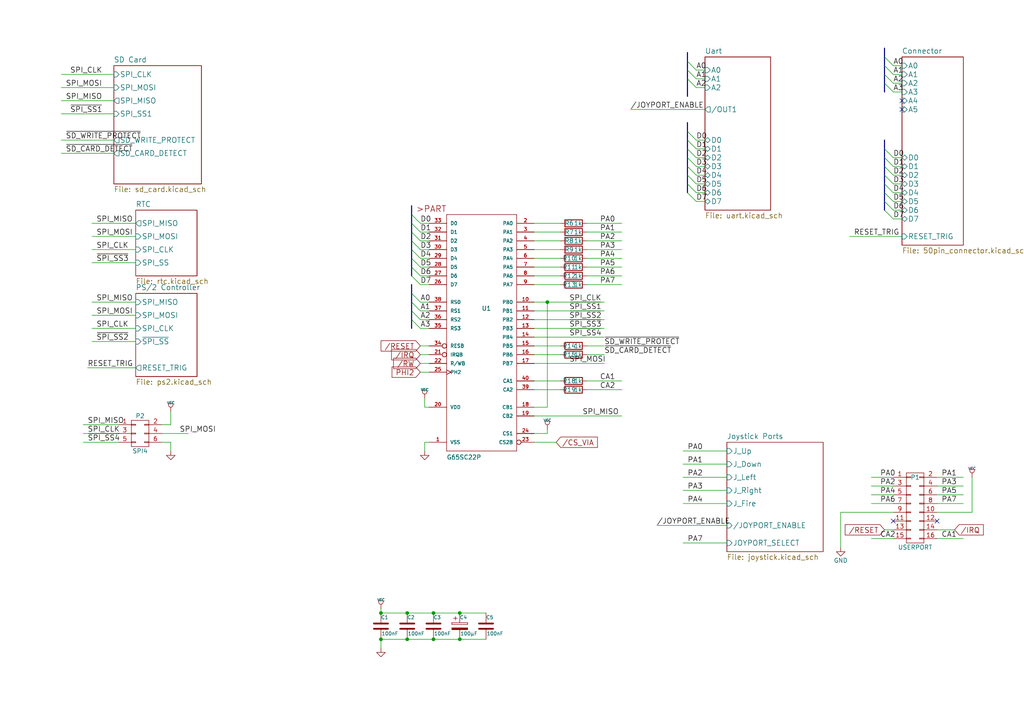
<source format=kicad_sch>
(kicad_sch (version 20211123) (generator eeschema)
  (paper "A4")
  (lib_symbols
    (symbol "io-rescue:C" (pin_numbers hide) (pin_names (offset 0.254))
      (property "Reference" "C" (at 0.635 2.54 0))
      (property "Value" "C" (at 0.635 -2.54 0))
      (symbol "C_0_1"
        (polyline (pts (xy -2.032 -0.762) (xy 2.032 -0.762)) (stroke (width 0.508)))
        (polyline (pts (xy -2.032 0.762) (xy 2.032 0.762)) (stroke (width 0.508)))
      )
      (symbol "C_1_1"
        (pin passive line (at 0 3.81 270) (length 2.794) (name "~") (number "1"))
        (pin passive line (at 0 -3.81 90) (length 2.794) (name "~") (number "2"))
      )
    )
    (symbol "io-rescue:CONN_02X03" (pin_names (offset 0.0254) hide)
      (property "Reference" "P" (at 0 5.08 0))
      (property "Value" "CONN_02X03" (at 0 -5.08 0))
      (symbol "CONN_02X03_0_1"
        (rectangle (start -2.54 -2.413) (end -1.27 -2.667))
        (rectangle (start -2.54 0.127) (end -1.27 -0.127))
        (rectangle (start -2.54 2.667) (end -1.27 2.413))
        (rectangle (start -2.54 3.81) (end 2.54 -3.81))
        (rectangle (start 1.27 -2.413) (end 2.54 -2.667))
        (rectangle (start 1.27 0.127) (end 2.54 -0.127))
        (rectangle (start 1.27 2.667) (end 2.54 2.413))
      )
      (symbol "CONN_02X03_1_1"
        (pin passive line (at -6.35 2.54 0) (length 3.81) (name "P1") (number "1"))
        (pin passive line (at 6.35 2.54 180) (length 3.81) (name "P2") (number "2"))
        (pin passive line (at -6.35 0 0) (length 3.81) (name "P3") (number "3"))
        (pin passive line (at 6.35 0 180) (length 3.81) (name "P4") (number "4"))
        (pin passive line (at -6.35 -2.54 0) (length 3.81) (name "P5") (number "5"))
        (pin passive line (at 6.35 -2.54 180) (length 3.81) (name "P6") (number "6"))
      )
    )
    (symbol "io-rescue:CONN_02X08" (pin_names (offset 0.0254) hide)
      (property "Reference" "P" (at 0 11.43 0))
      (property "Value" "CONN_02X08" (at 0 0 90))
      (symbol "CONN_02X08_0_1"
        (rectangle (start -2.54 -8.763) (end -1.27 -9.017))
        (rectangle (start -2.54 -6.223) (end -1.27 -6.477))
        (rectangle (start -2.54 -3.683) (end -1.27 -3.937))
        (rectangle (start -2.54 -1.143) (end -1.27 -1.397))
        (rectangle (start -2.54 1.397) (end -1.27 1.143))
        (rectangle (start -2.54 3.937) (end -1.27 3.683))
        (rectangle (start -2.54 6.477) (end -1.27 6.223))
        (rectangle (start -2.54 9.017) (end -1.27 8.763))
        (rectangle (start -2.54 10.16) (end 2.54 -10.16))
        (rectangle (start 1.27 -8.763) (end 2.54 -9.017))
        (rectangle (start 1.27 -6.223) (end 2.54 -6.477))
        (rectangle (start 1.27 -3.683) (end 2.54 -3.937))
        (rectangle (start 1.27 -1.143) (end 2.54 -1.397))
        (rectangle (start 1.27 1.397) (end 2.54 1.143))
        (rectangle (start 1.27 3.937) (end 2.54 3.683))
        (rectangle (start 1.27 6.477) (end 2.54 6.223))
        (rectangle (start 1.27 9.017) (end 2.54 8.763))
      )
      (symbol "CONN_02X08_1_1"
        (pin passive line (at -6.35 8.89 0) (length 3.81) (name "P1") (number "1"))
        (pin passive line (at 6.35 -1.27 180) (length 3.81) (name "P10") (number "10"))
        (pin passive line (at -6.35 -3.81 0) (length 3.81) (name "P11") (number "11"))
        (pin passive line (at 6.35 -3.81 180) (length 3.81) (name "P12") (number "12"))
        (pin passive line (at -6.35 -6.35 0) (length 3.81) (name "P13") (number "13"))
        (pin passive line (at 6.35 -6.35 180) (length 3.81) (name "P14") (number "14"))
        (pin passive line (at -6.35 -8.89 0) (length 3.81) (name "P15") (number "15"))
        (pin passive line (at 6.35 -8.89 180) (length 3.81) (name "P16") (number "16"))
        (pin passive line (at 6.35 8.89 180) (length 3.81) (name "P2") (number "2"))
        (pin passive line (at -6.35 6.35 0) (length 3.81) (name "P3") (number "3"))
        (pin passive line (at 6.35 6.35 180) (length 3.81) (name "P4") (number "4"))
        (pin passive line (at -6.35 3.81 0) (length 3.81) (name "P5") (number "5"))
        (pin passive line (at 6.35 3.81 180) (length 3.81) (name "P6") (number "6"))
        (pin passive line (at -6.35 1.27 0) (length 3.81) (name "P7") (number "7"))
        (pin passive line (at 6.35 1.27 180) (length 3.81) (name "P8") (number "8"))
        (pin passive line (at -6.35 -1.27 0) (length 3.81) (name "P9") (number "9"))
      )
    )
    (symbol "io-rescue:CP" (pin_numbers hide) (pin_names (offset 0.254))
      (property "Reference" "C" (at 0.635 2.54 0))
      (property "Value" "CP" (at 0.635 -2.54 0))
      (symbol "CP_0_1"
        (rectangle (start -2.286 0.508) (end -2.286 1.016))
        (rectangle (start -2.286 0.508) (end 2.286 0.508))
        (polyline (pts (xy -1.778 2.286) (xy -0.762 2.286)))
        (polyline (pts (xy -1.27 2.794) (xy -1.27 1.778)))
        (rectangle (start 2.286 -0.508) (end -2.286 -1.016) (fill (type outline)))
        (rectangle (start 2.286 1.016) (end -2.286 1.016))
        (rectangle (start 2.286 1.016) (end 2.286 0.508))
      )
      (symbol "CP_1_1"
        (pin passive line (at 0 3.81 270) (length 2.794) (name "~") (number "1"))
        (pin passive line (at 0 -3.81 90) (length 2.794) (name "~") (number "2"))
      )
    )
    (symbol "io-rescue:G65SC22P-RESCUE-io" (pin_names (offset 1.016))
      (property "Reference" "U" (at 0 0 0))
      (property "Value" "G65SC22P-RESCUE-io" (at -10.16 -43.18 0))
      (symbol "G65SC22P-RESCUE-io_1_0"
        (polyline (pts (xy -10.16 -40.64) (xy -10.16 27.94)))
        (polyline (pts (xy -10.16 27.94) (xy 10.16 27.94)))
        (polyline (pts (xy 10.16 -40.64) (xy -10.16 -40.64)))
        (polyline (pts (xy 10.16 27.94) (xy 10.16 -40.64)))
        (text ">PART" (at -14.605 29.591 0) (effects (font (size 1.778 1.778))))
      )
      (symbol "G65SC22P-RESCUE-io_1_1"
        (pin power_out line (at -15.24 -38.1 0) (length 5.08) (name "VSS") (number "1"))
        (pin bidirectional line (at 15.24 2.54 180) (length 5.08) (name "PB0") (number "10"))
        (pin bidirectional line (at 15.24 0 180) (length 5.08) (name "PB1") (number "11"))
        (pin bidirectional line (at 15.24 -2.54 180) (length 5.08) (name "PB2") (number "12"))
        (pin bidirectional line (at 15.24 -5.08 180) (length 5.08) (name "PB3") (number "13"))
        (pin bidirectional line (at 15.24 -7.62 180) (length 5.08) (name "PB4") (number "14"))
        (pin bidirectional line (at 15.24 -10.16 180) (length 5.08) (name "PB5") (number "15"))
        (pin bidirectional line (at 15.24 -12.7 180) (length 5.08) (name "PB6") (number "16"))
        (pin bidirectional line (at 15.24 -15.24 180) (length 5.08) (name "PB7") (number "17"))
        (pin bidirectional line (at 15.24 -27.94 180) (length 5.08) (name "CB1") (number "18"))
        (pin bidirectional line (at 15.24 -30.48 180) (length 5.08) (name "CB2") (number "19"))
        (pin bidirectional line (at 15.24 25.4 180) (length 5.08) (name "PA0") (number "2"))
        (pin power_in line (at -15.24 -27.94 0) (length 5.08) (name "VDD") (number "20"))
        (pin output inverted (at -15.24 -12.7 0) (length 5.08) (name "IRQB") (number "21"))
        (pin input line (at -15.24 -15.24 0) (length 5.08) (name "R/WB") (number "22"))
        (pin input inverted (at 15.24 -38.1 180) (length 5.08) (name "CS2B") (number "23"))
        (pin input line (at 15.24 -35.56 180) (length 5.08) (name "CS1") (number "24"))
        (pin input clock (at -15.24 -17.78 0) (length 5.08) (name "PH2") (number "25"))
        (pin bidirectional line (at -15.24 7.62 0) (length 5.08) (name "D7") (number "26"))
        (pin bidirectional line (at -15.24 10.16 0) (length 5.08) (name "D6") (number "27"))
        (pin bidirectional line (at -15.24 12.7 0) (length 5.08) (name "D5") (number "28"))
        (pin bidirectional line (at -15.24 15.24 0) (length 5.08) (name "D4") (number "29"))
        (pin bidirectional line (at 15.24 22.86 180) (length 5.08) (name "PA1") (number "3"))
        (pin bidirectional line (at -15.24 17.78 0) (length 5.08) (name "D3") (number "30"))
        (pin bidirectional line (at -15.24 20.32 0) (length 5.08) (name "D2") (number "31"))
        (pin bidirectional line (at -15.24 22.86 0) (length 5.08) (name "D1") (number "32"))
        (pin bidirectional line (at -15.24 25.4 0) (length 5.08) (name "D0") (number "33"))
        (pin input inverted (at -15.24 -10.16 0) (length 5.08) (name "RESB") (number "34"))
        (pin input line (at -15.24 -5.08 0) (length 5.08) (name "RS3") (number "35"))
        (pin input line (at -15.24 -2.54 0) (length 5.08) (name "RS2") (number "36"))
        (pin input line (at -15.24 0 0) (length 5.08) (name "RS1") (number "37"))
        (pin input line (at -15.24 2.54 0) (length 5.08) (name "RS0") (number "38"))
        (pin bidirectional line (at 15.24 -22.86 180) (length 5.08) (name "CA2") (number "39"))
        (pin bidirectional line (at 15.24 20.32 180) (length 5.08) (name "PA2") (number "4"))
        (pin bidirectional line (at 15.24 -20.32 180) (length 5.08) (name "CA1") (number "40"))
        (pin bidirectional line (at 15.24 17.78 180) (length 5.08) (name "PA3") (number "5"))
        (pin bidirectional line (at 15.24 15.24 180) (length 5.08) (name "PA4") (number "6"))
        (pin bidirectional line (at 15.24 12.7 180) (length 5.08) (name "PA5") (number "7"))
        (pin bidirectional line (at 15.24 10.16 180) (length 5.08) (name "PA6") (number "8"))
        (pin bidirectional line (at 15.24 7.62 180) (length 5.08) (name "PA7") (number "9"))
      )
    )
    (symbol "io-rescue:GND" (power) (pin_names (offset 0))
      (property "Value" "GND" (at 0 -3.81 0))
      (symbol "GND_0_1"
        (polyline (pts (xy 0 0) (xy 0 -1.27) (xy 1.27 -1.27) (xy 0 -2.54) (xy -1.27 -1.27) (xy 0 -1.27)))
      )
      (symbol "GND_1_1"
        (pin power_in line (at 0 0 270) (length 0) hide (name "GND") (number "1"))
      )
    )
    (symbol "io-rescue:R" (pin_numbers hide) (pin_names (offset 0))
      (property "Reference" "R" (at 2.032 0 90))
      (property "Value" "R" (at 0 0 90))
      (symbol "R_0_1"
        (rectangle (start -1.016 -2.54) (end 1.016 2.54) (stroke (width 0.254)))
      )
      (symbol "R_1_1"
        (pin passive line (at 0 3.81 270) (length 1.27) (name "~") (number "1"))
        (pin passive line (at 0 -3.81 90) (length 1.27) (name "~") (number "2"))
      )
    )
    (symbol "io-rescue:VCC" (power) (pin_names (offset 0))
      (property "Value" "VCC" (at 0 3.81 0))
      (symbol "VCC_0_1"
        (polyline (pts (xy 0 0) (xy 0 1.27)))
        (circle (center 0 1.905) (radius 0.635))
      )
      (symbol "VCC_1_1"
        (pin power_in line (at 0 0 90) (length 0) hide (name "VCC") (number "1"))
      )
    )
  )
  (junction (at 158.75 87.63))
  (junction (at 118.11 177.8))
  (junction (at 110.49 185.42))
  (junction (at 133.35 177.8))
  (junction (at 110.49 177.8))
  (junction (at 125.73 185.42))
  (junction (at 118.11 185.42))
  (junction (at 133.35 185.42))
  (junction (at 125.73 177.8))
  (no_connect (at 271.78 151.13))
  (no_connect (at 261.62 29.21))
  (no_connect (at 259.08 151.13))
  (no_connect (at 261.62 31.75))
  (bus_entry (at 119.38 92.71) (size 2.54 2.54))
  (bus_entry (at 199.39 50.8) (size 2.54 2.54))
  (bus_entry (at 199.39 22.86) (size 2.54 2.54))
  (bus_entry (at 256.54 55.88) (size 2.54 2.54))
  (bus_entry (at 256.54 53.34) (size 2.54 2.54))
  (bus_entry (at 256.54 24.13) (size 2.54 2.54))
  (bus_entry (at 256.54 21.59) (size 2.54 2.54))
  (bus_entry (at 199.39 55.88) (size 2.54 2.54))
  (bus_entry (at 256.54 50.8) (size 2.54 2.54))
  (bus_entry (at 256.54 16.51) (size 2.54 2.54))
  (bus_entry (at 199.39 38.1) (size 2.54 2.54))
  (bus_entry (at 119.38 74.93) (size 2.54 2.54))
  (bus_entry (at 256.54 19.05) (size 2.54 2.54))
  (bus_entry (at 119.38 77.47) (size 2.54 2.54))
  (bus_entry (at 256.54 45.72) (size 2.54 2.54))
  (bus_entry (at 199.39 48.26) (size 2.54 2.54))
  (bus_entry (at 256.54 58.42) (size 2.54 2.54))
  (bus_entry (at 119.38 72.39) (size 2.54 2.54))
  (bus_entry (at 256.54 48.26) (size 2.54 2.54))
  (bus_entry (at 199.39 53.34) (size 2.54 2.54))
  (bus_entry (at 119.38 64.77) (size 2.54 2.54))
  (bus_entry (at 119.38 80.01) (size 2.54 2.54))
  (bus_entry (at 119.38 85.09) (size 2.54 2.54))
  (bus_entry (at 119.38 87.63) (size 2.54 2.54))
  (bus_entry (at 199.39 17.78) (size 2.54 2.54))
  (bus_entry (at 199.39 40.64) (size 2.54 2.54))
  (bus_entry (at 199.39 20.32) (size 2.54 2.54))
  (bus_entry (at 119.38 69.85) (size 2.54 2.54))
  (bus_entry (at 199.39 43.18) (size 2.54 2.54))
  (bus_entry (at 199.39 45.72) (size 2.54 2.54))
  (bus_entry (at 256.54 60.96) (size 2.54 2.54))
  (bus_entry (at 119.38 67.31) (size 2.54 2.54))
  (bus_entry (at 119.38 62.23) (size 2.54 2.54))
  (bus_entry (at 256.54 43.18) (size 2.54 2.54))
  (bus_entry (at 119.38 90.17) (size 2.54 2.54))
  (wire (pts (xy 154.94 90.17) (xy 175.26 90.17)))
  (wire (pts (xy 154.94 120.65) (xy 180.34 120.65)))
  (wire (pts (xy 243.84 148.59) (xy 259.08 148.59)))
  (wire (pts (xy 210.82 134.62) (xy 198.12 134.62)))
  (wire (pts (xy 246.38 68.58) (xy 261.62 68.58)))
  (bus (pts (xy 119.38 67.31) (xy 119.38 69.85)))
  (wire (pts (xy 259.08 45.72) (xy 261.62 45.72)))
  (wire (pts (xy 170.18 82.55) (xy 180.34 82.55)))
  (wire (pts (xy 154.94 87.63) (xy 158.75 87.63)))
  (wire (pts (xy 46.99 123.19) (xy 49.53 123.19)))
  (wire (pts (xy 170.18 102.87) (xy 175.26 102.87)))
  (wire (pts (xy 170.18 77.47) (xy 180.34 77.47)))
  (wire (pts (xy 17.78 25.4) (xy 33.02 25.4)))
  (wire (pts (xy 210.82 152.4) (xy 190.5 152.4)))
  (wire (pts (xy 46.99 125.73) (xy 54.61 125.73)))
  (wire (pts (xy 154.94 72.39) (xy 162.56 72.39)))
  (wire (pts (xy 154.94 97.79) (xy 175.26 97.79)))
  (wire (pts (xy 34.29 123.19) (xy 24.13 123.19)))
  (wire (pts (xy 49.53 123.19) (xy 49.53 119.38)))
  (bus (pts (xy 199.39 35.56) (xy 199.39 38.1)))
  (bus (pts (xy 199.39 45.72) (xy 199.39 48.26)))
  (wire (pts (xy 201.93 20.32) (xy 204.47 20.32)))
  (wire (pts (xy 204.47 48.26) (xy 201.93 48.26)))
  (wire (pts (xy 124.46 82.55) (xy 121.92 82.55)))
  (bus (pts (xy 199.39 20.32) (xy 199.39 22.86)))
  (wire (pts (xy 125.73 185.42) (xy 133.35 185.42)))
  (wire (pts (xy 210.82 142.24) (xy 198.12 142.24)))
  (wire (pts (xy 121.92 100.33) (xy 124.46 100.33)))
  (wire (pts (xy 154.94 92.71) (xy 175.26 92.71)))
  (wire (pts (xy 259.08 26.67) (xy 261.62 26.67)))
  (wire (pts (xy 121.92 90.17) (xy 124.46 90.17)))
  (bus (pts (xy 119.38 74.93) (xy 119.38 77.47)))
  (bus (pts (xy 119.38 69.85) (xy 119.38 72.39)))
  (wire (pts (xy 259.08 153.67) (xy 256.54 153.67)))
  (bus (pts (xy 256.54 24.13) (xy 256.54 26.67)))
  (wire (pts (xy 49.53 128.27) (xy 49.53 130.81)))
  (bus (pts (xy 199.39 50.8) (xy 199.39 53.34)))
  (bus (pts (xy 119.38 82.55) (xy 119.38 85.09)))
  (wire (pts (xy 25.4 106.68) (xy 39.37 106.68)))
  (bus (pts (xy 119.38 87.63) (xy 119.38 90.17)))
  (bus (pts (xy 256.54 50.8) (xy 256.54 53.34)))
  (wire (pts (xy 33.02 21.59) (xy 17.78 21.59)))
  (wire (pts (xy 110.49 177.8) (xy 118.11 177.8)))
  (wire (pts (xy 259.08 19.05) (xy 261.62 19.05)))
  (wire (pts (xy 243.84 158.75) (xy 243.84 148.59)))
  (wire (pts (xy 154.94 80.01) (xy 162.56 80.01)))
  (wire (pts (xy 24.13 128.27) (xy 34.29 128.27)))
  (wire (pts (xy 121.92 64.77) (xy 124.46 64.77)))
  (wire (pts (xy 259.08 60.96) (xy 261.62 60.96)))
  (wire (pts (xy 154.94 128.27) (xy 161.29 128.27)))
  (wire (pts (xy 170.18 113.03) (xy 180.34 113.03)))
  (wire (pts (xy 170.18 64.77) (xy 180.34 64.77)))
  (bus (pts (xy 256.54 43.18) (xy 256.54 45.72)))
  (wire (pts (xy 154.94 105.41) (xy 175.26 105.41)))
  (bus (pts (xy 256.54 58.42) (xy 256.54 60.96)))
  (wire (pts (xy 162.56 64.77) (xy 154.94 64.77)))
  (wire (pts (xy 110.49 185.42) (xy 110.49 187.96)))
  (wire (pts (xy 123.19 118.11) (xy 124.46 118.11)))
  (wire (pts (xy 261.62 58.42) (xy 259.08 58.42)))
  (wire (pts (xy 210.82 157.48) (xy 198.12 157.48)))
  (wire (pts (xy 271.78 140.97) (xy 279.4 140.97)))
  (wire (pts (xy 133.35 177.8) (xy 140.97 177.8)))
  (bus (pts (xy 119.38 59.69) (xy 119.38 62.23)))
  (wire (pts (xy 26.67 72.39) (xy 39.37 72.39)))
  (bus (pts (xy 256.54 19.05) (xy 256.54 21.59)))
  (wire (pts (xy 201.93 45.72) (xy 204.47 45.72)))
  (bus (pts (xy 199.39 38.1) (xy 199.39 40.64)))
  (wire (pts (xy 26.67 76.2) (xy 39.37 76.2)))
  (bus (pts (xy 119.38 77.47) (xy 119.38 80.01)))
  (wire (pts (xy 204.47 58.42) (xy 201.93 58.42)))
  (bus (pts (xy 119.38 72.39) (xy 119.38 74.93)))
  (wire (pts (xy 201.93 22.86) (xy 204.47 22.86)))
  (wire (pts (xy 118.11 177.8) (xy 125.73 177.8)))
  (wire (pts (xy 271.78 156.21) (xy 279.4 156.21)))
  (wire (pts (xy 154.94 69.85) (xy 162.56 69.85)))
  (wire (pts (xy 170.18 100.33) (xy 175.26 100.33)))
  (wire (pts (xy 170.18 74.93) (xy 180.34 74.93)))
  (wire (pts (xy 123.19 128.27) (xy 123.19 130.81)))
  (wire (pts (xy 158.75 125.73) (xy 158.75 124.46)))
  (wire (pts (xy 154.94 110.49) (xy 162.56 110.49)))
  (bus (pts (xy 119.38 90.17) (xy 119.38 92.71)))
  (wire (pts (xy 39.37 64.77) (xy 26.67 64.77)))
  (wire (pts (xy 170.18 72.39) (xy 180.34 72.39)))
  (wire (pts (xy 210.82 146.05) (xy 198.12 146.05)))
  (wire (pts (xy 271.78 146.05) (xy 279.4 146.05)))
  (wire (pts (xy 271.78 138.43) (xy 279.4 138.43)))
  (bus (pts (xy 199.39 17.78) (xy 199.39 20.32)))
  (bus (pts (xy 119.38 62.23) (xy 119.38 64.77)))
  (wire (pts (xy 121.92 69.85) (xy 124.46 69.85)))
  (bus (pts (xy 199.39 40.64) (xy 199.39 43.18)))
  (wire (pts (xy 170.18 110.49) (xy 180.34 110.49)))
  (wire (pts (xy 124.46 128.27) (xy 123.19 128.27)))
  (bus (pts (xy 256.54 45.72) (xy 256.54 48.26)))
  (wire (pts (xy 261.62 63.5) (xy 259.08 63.5)))
  (wire (pts (xy 170.18 80.01) (xy 180.34 80.01)))
  (bus (pts (xy 199.39 22.86) (xy 199.39 27.94)))
  (wire (pts (xy 158.75 118.11) (xy 154.94 118.11)))
  (wire (pts (xy 154.94 113.03) (xy 162.56 113.03)))
  (wire (pts (xy 201.93 40.64) (xy 204.47 40.64)))
  (wire (pts (xy 271.78 143.51) (xy 279.4 143.51)))
  (wire (pts (xy 133.35 185.42) (xy 140.97 185.42)))
  (bus (pts (xy 256.54 13.97) (xy 256.54 16.51)))
  (wire (pts (xy 154.94 100.33) (xy 162.56 100.33)))
  (bus (pts (xy 199.39 43.18) (xy 199.39 45.72)))
  (wire (pts (xy 121.92 105.41) (xy 124.46 105.41)))
  (wire (pts (xy 121.92 107.95) (xy 124.46 107.95)))
  (wire (pts (xy 261.62 24.13) (xy 259.08 24.13)))
  (wire (pts (xy 121.92 80.01) (xy 124.46 80.01)))
  (wire (pts (xy 259.08 138.43) (xy 252.73 138.43)))
  (bus (pts (xy 256.54 40.64) (xy 256.54 43.18)))
  (wire (pts (xy 154.94 77.47) (xy 162.56 77.47)))
  (wire (pts (xy 39.37 87.63) (xy 26.67 87.63)))
  (bus (pts (xy 199.39 53.34) (xy 199.39 55.88)))
  (wire (pts (xy 124.46 92.71) (xy 121.92 92.71)))
  (wire (pts (xy 121.92 74.93) (xy 124.46 74.93)))
  (wire (pts (xy 154.94 102.87) (xy 162.56 102.87)))
  (wire (pts (xy 259.08 143.51) (xy 252.73 143.51)))
  (wire (pts (xy 261.62 53.34) (xy 259.08 53.34)))
  (wire (pts (xy 24.13 125.73) (xy 34.29 125.73)))
  (wire (pts (xy 26.67 91.44) (xy 39.37 91.44)))
  (wire (pts (xy 210.82 138.43) (xy 198.12 138.43)))
  (bus (pts (xy 119.38 64.77) (xy 119.38 67.31)))
  (wire (pts (xy 110.49 176.53) (xy 110.49 177.8)))
  (bus (pts (xy 256.54 55.88) (xy 256.54 58.42)))
  (wire (pts (xy 125.73 177.8) (xy 133.35 177.8)))
  (bus (pts (xy 119.38 85.09) (xy 119.38 87.63)))
  (wire (pts (xy 154.94 125.73) (xy 158.75 125.73)))
  (wire (pts (xy 26.67 68.58) (xy 39.37 68.58)))
  (bus (pts (xy 256.54 53.34) (xy 256.54 55.88)))
  (wire (pts (xy 124.46 77.47) (xy 121.92 77.47)))
  (wire (pts (xy 204.47 53.34) (xy 201.93 53.34)))
  (wire (pts (xy 158.75 118.11) (xy 158.75 87.63)))
  (bus (pts (xy 256.54 21.59) (xy 256.54 24.13)))
  (wire (pts (xy 259.08 55.88) (xy 261.62 55.88)))
  (bus (pts (xy 256.54 48.26) (xy 256.54 50.8)))
  (wire (pts (xy 259.08 146.05) (xy 252.73 146.05)))
  (wire (pts (xy 259.08 50.8) (xy 261.62 50.8)))
  (wire (pts (xy 261.62 48.26) (xy 259.08 48.26)))
  (wire (pts (xy 17.78 44.45) (xy 33.02 44.45)))
  (bus (pts (xy 119.38 92.71) (xy 119.38 95.25)))
  (wire (pts (xy 201.93 50.8) (xy 204.47 50.8)))
  (bus (pts (xy 199.39 15.24) (xy 199.39 17.78)))
  (wire (pts (xy 281.94 148.59) (xy 281.94 138.43)))
  (wire (pts (xy 204.47 31.75) (xy 182.88 31.75)))
  (wire (pts (xy 154.94 82.55) (xy 162.56 82.55)))
  (wire (pts (xy 170.18 69.85) (xy 180.34 69.85)))
  (wire (pts (xy 204.47 25.4) (xy 201.93 25.4)))
  (wire (pts (xy 121.92 95.25) (xy 124.46 95.25)))
  (wire (pts (xy 201.93 55.88) (xy 204.47 55.88)))
  (wire (pts (xy 124.46 67.31) (xy 121.92 67.31)))
  (wire (pts (xy 26.67 95.25) (xy 39.37 95.25)))
  (wire (pts (xy 271.78 153.67) (xy 276.86 153.67)))
  (bus (pts (xy 199.39 48.26) (xy 199.39 50.8)))
  (wire (pts (xy 123.19 115.57) (xy 123.19 118.11)))
  (wire (pts (xy 46.99 128.27) (xy 49.53 128.27)))
  (wire (pts (xy 17.78 33.02) (xy 33.02 33.02)))
  (wire (pts (xy 170.18 67.31) (xy 180.34 67.31)))
  (wire (pts (xy 118.11 185.42) (xy 125.73 185.42)))
  (wire (pts (xy 154.94 74.93) (xy 162.56 74.93)))
  (wire (pts (xy 210.82 130.81) (xy 198.12 130.81)))
  (wire (pts (xy 121.92 102.87) (xy 124.46 102.87)))
  (wire (pts (xy 121.92 87.63) (xy 124.46 87.63)))
  (wire (pts (xy 158.75 87.63) (xy 175.26 87.63)))
  (wire (pts (xy 204.47 43.18) (xy 201.93 43.18)))
  (wire (pts (xy 124.46 72.39) (xy 121.92 72.39)))
  (wire (pts (xy 110.49 185.42) (xy 118.11 185.42)))
  (wire (pts (xy 259.08 21.59) (xy 261.62 21.59)))
  (wire (pts (xy 162.56 67.31) (xy 154.94 67.31)))
  (wire (pts (xy 26.67 99.06) (xy 39.37 99.06)))
  (wire (pts (xy 17.78 29.21) (xy 33.02 29.21)))
  (wire (pts (xy 17.78 40.64) (xy 33.02 40.64)))
  (wire (pts (xy 154.94 95.25) (xy 175.26 95.25)))
  (wire (pts (xy 259.08 156.21) (xy 252.73 156.21)))
  (wire (pts (xy 259.08 140.97) (xy 252.73 140.97)))
  (wire (pts (xy 281.94 148.59) (xy 271.78 148.59)))
  (bus (pts (xy 256.54 16.51) (xy 256.54 19.05)))
  (label "SPI_CLK" (at 27.94 72.39 0) (effects (font (size 1.524 1.524))))
  (label "SPI_CLK" (at 27.94 95.25 0) (effects (font (size 1.524 1.524))))
  (label "~{SPI_SS3}" (at 27.94 76.2 0) (effects (font (size 1.524 1.524))))
  (label "D3" (at 201.93 48.26 0) (effects (font (size 1.524 1.524))))
  (label "CA1" (at 273.05 156.21 0) (effects (font (size 1.524 1.524))))
  (label "~{SD_WRITE_PROTECT}" (at 19.05 40.64 0) (effects (font (size 1.524 1.524))))
  (label "CA1" (at 173.99 110.49 0) (effects (font (size 1.524 1.524))))
  (label "PA0" (at 199.39 130.81 0) (effects (font (size 1.524 1.524))))
  (label "~{SPI_SS1}" (at 165.1 90.17 0) (effects (font (size 1.524 1.524))))
  (label "D6" (at 121.92 80.01 0) (effects (font (size 1.524 1.524))))
  (label "D7" (at 201.93 58.42 0) (effects (font (size 1.524 1.524))))
  (label "PA2" (at 255.27 140.97 0) (effects (font (size 1.524 1.524))))
  (label "D1" (at 201.93 43.18 0) (effects (font (size 1.524 1.524))))
  (label "PA2" (at 173.99 69.85 0) (effects (font (size 1.524 1.524))))
  (label "A3" (at 259.08 26.67 0) (effects (font (size 1.524 1.524))))
  (label "~{SPI_SS4}" (at 165.1 97.79 0) (effects (font (size 1.524 1.524))))
  (label "SPI_CLK" (at 25.4 125.73 0) (effects (font (size 1.524 1.524))))
  (label "D3" (at 259.08 53.34 0) (effects (font (size 1.524 1.524))))
  (label "CA2" (at 255.27 156.21 0) (effects (font (size 1.524 1.524))))
  (label "PA5" (at 273.05 143.51 0) (effects (font (size 1.524 1.524))))
  (label "A2" (at 259.08 24.13 0) (effects (font (size 1.524 1.524))))
  (label "A1" (at 259.08 21.59 0) (effects (font (size 1.524 1.524))))
  (label "A0" (at 201.93 20.32 0) (effects (font (size 1.524 1.524))))
  (label "A2" (at 201.93 25.4 0) (effects (font (size 1.524 1.524))))
  (label "D6" (at 259.08 60.96 0) (effects (font (size 1.524 1.524))))
  (label "A1" (at 121.92 90.17 0) (effects (font (size 1.524 1.524))))
  (label "PA3" (at 273.05 140.97 0) (effects (font (size 1.524 1.524))))
  (label "SPI_MISO" (at 19.05 29.21 0) (effects (font (size 1.524 1.524))))
  (label "D1" (at 259.08 48.26 0) (effects (font (size 1.524 1.524))))
  (label "SPI_MISO" (at 25.4 123.19 0) (effects (font (size 1.524 1.524))))
  (label "SPI_MOSI" (at 165.1 105.41 0) (effects (font (size 1.524 1.524))))
  (label "~{SPI_SS4}" (at 25.4 128.27 0) (effects (font (size 1.524 1.524))))
  (label "PA4" (at 199.39 146.05 0) (effects (font (size 1.524 1.524))))
  (label "PA4" (at 173.99 74.93 0) (effects (font (size 1.524 1.524))))
  (label "SPI_MISO" (at 27.94 87.63 0) (effects (font (size 1.524 1.524))))
  (label "PA3" (at 173.99 72.39 0) (effects (font (size 1.524 1.524))))
  (label "D4" (at 121.92 74.93 0) (effects (font (size 1.524 1.524))))
  (label "PA4" (at 255.27 143.51 0) (effects (font (size 1.524 1.524))))
  (label "SPI_MOSI" (at 27.94 91.44 0) (effects (font (size 1.524 1.524))))
  (label "D2" (at 259.08 50.8 0) (effects (font (size 1.524 1.524))))
  (label "PA7" (at 173.99 82.55 0) (effects (font (size 1.524 1.524))))
  (label "D3" (at 121.92 72.39 0) (effects (font (size 1.524 1.524))))
  (label "RESET_TRIG" (at 25.4 106.68 0) (effects (font (size 1.524 1.524))))
  (label "D2" (at 201.93 45.72 0) (effects (font (size 1.524 1.524))))
  (label "D5" (at 121.92 77.47 0) (effects (font (size 1.524 1.524))))
  (label "CA2" (at 173.99 113.03 0) (effects (font (size 1.524 1.524))))
  (label "PA1" (at 199.39 134.62 0) (effects (font (size 1.524 1.524))))
  (label "D5" (at 201.93 53.34 0) (effects (font (size 1.524 1.524))))
  (label "SPI_MISO" (at 168.91 120.65 0) (effects (font (size 1.524 1.524))))
  (label "PA2" (at 199.39 138.43 0) (effects (font (size 1.524 1.524))))
  (label "SPI_MISO" (at 27.94 64.77 0) (effects (font (size 1.524 1.524))))
  (label "A3" (at 121.92 95.25 0) (effects (font (size 1.524 1.524))))
  (label "/JOYPORT_ENABLE" (at 190.5 152.4 0) (effects (font (size 1.524 1.524))))
  (label "D1" (at 121.92 67.31 0) (effects (font (size 1.524 1.524))))
  (label "PA6" (at 255.27 146.05 0) (effects (font (size 1.524 1.524))))
  (label "~{SD_CARD_DETECT}" (at 19.05 44.45 0) (effects (font (size 1.524 1.524))))
  (label "/JOYPORT_ENABLE" (at 182.88 31.75 0) (effects (font (size 1.524 1.524))))
  (label "D4" (at 201.93 50.8 0) (effects (font (size 1.524 1.524))))
  (label "A0" (at 121.92 87.63 0) (effects (font (size 1.524 1.524))))
  (label "D2" (at 121.92 69.85 0) (effects (font (size 1.524 1.524))))
  (label "SPI_MOSI" (at 19.05 25.4 0) (effects (font (size 1.524 1.524))))
  (label "D0" (at 121.92 64.77 0) (effects (font (size 1.524 1.524))))
  (label "~{SD_WRITE_PROTECT}" (at 175.26 100.33 0) (effects (font (size 1.524 1.524))))
  (label "PA3" (at 199.39 142.24 0) (effects (font (size 1.524 1.524))))
  (label "~{SPI_SS1}" (at 20.32 33.02 0) (effects (font (size 1.524 1.524))))
  (label "PA0" (at 173.99 64.77 0) (effects (font (size 1.524 1.524))))
  (label "A2" (at 121.92 92.71 0) (effects (font (size 1.524 1.524))))
  (label "PA0" (at 255.27 138.43 0) (effects (font (size 1.524 1.524))))
  (label "D5" (at 259.08 58.42 0) (effects (font (size 1.524 1.524))))
  (label "PA7" (at 199.39 157.48 0) (effects (font (size 1.524 1.524))))
  (label "D0" (at 259.08 45.72 0) (effects (font (size 1.524 1.524))))
  (label "PA7" (at 273.05 146.05 0) (effects (font (size 1.524 1.524))))
  (label "D0" (at 201.93 40.64 0) (effects (font (size 1.524 1.524))))
  (label "PA6" (at 173.99 80.01 0) (effects (font (size 1.524 1.524))))
  (label "D7" (at 259.08 63.5 0) (effects (font (size 1.524 1.524))))
  (label "PA5" (at 173.99 77.47 0) (effects (font (size 1.524 1.524))))
  (label "PA1" (at 273.05 138.43 0) (effects (font (size 1.524 1.524))))
  (label "SPI_MOSI" (at 52.07 125.73 0) (effects (font (size 1.524 1.524))))
  (label "A1" (at 201.93 22.86 0) (effects (font (size 1.524 1.524))))
  (label "D6" (at 201.93 55.88 0) (effects (font (size 1.524 1.524))))
  (label "D4" (at 259.08 55.88 0) (effects (font (size 1.524 1.524))))
  (label "RESET_TRIG" (at 247.65 68.58 0) (effects (font (size 1.524 1.524))))
  (label "D7" (at 121.92 82.55 0) (effects (font (size 1.524 1.524))))
  (label "PA1" (at 173.99 67.31 0) (effects (font (size 1.524 1.524))))
  (label "SPI_MOSI" (at 27.94 68.58 0) (effects (font (size 1.524 1.524))))
  (label "A0" (at 259.08 19.05 0) (effects (font (size 1.524 1.524))))
  (label "SPI_CLK" (at 165.1 87.63 0) (effects (font (size 1.524 1.524))))
  (label "~{SPI_SS3}" (at 165.1 95.25 0) (effects (font (size 1.524 1.524))))
  (label "~{SPI_SS2}" (at 27.94 99.06 0) (effects (font (size 1.524 1.524))))
  (label "~{SPI_SS2}" (at 165.1 92.71 0) (effects (font (size 1.524 1.524))))
  (label "SPI_CLK" (at 20.32 21.59 0) (effects (font (size 1.524 1.524))))
  (label "~{SD_CARD_DETECT}" (at 175.26 102.87 0) (effects (font (size 1.524 1.524))))
  (global_label "/RW" (shape input) (at 121.92 105.41 180) (effects (font (size 1.524 1.524))) (property "Intersheet References" "${INTERSHEET_REFS}" (effects hide)))
  (global_label "PHI2" (shape input) (at 121.92 107.95 180) (effects (font (size 1.524 1.524))) (property "Intersheet References" "${INTERSHEET_REFS}" (effects hide)))
  (global_label "/RESET" (shape input) (at 121.92 100.33 180) (effects (font (size 1.524 1.524))) (property "Intersheet References" "${INTERSHEET_REFS}" (effects hide)))
  (global_label "/RESET" (shape input) (at 256.54 153.67 180) (effects (font (size 1.524 1.524))) (property "Intersheet References" "${INTERSHEET_REFS}" (effects hide)))
  (global_label "/CS_VIA" (shape input) (at 161.29 128.27 0) (effects (font (size 1.524 1.524))) (property "Intersheet References" "${INTERSHEET_REFS}" (effects hide)))
  (global_label "/IRQ" (shape input) (at 121.92 102.87 180) (effects (font (size 1.524 1.524))) (property "Intersheet References" "${INTERSHEET_REFS}" (effects hide)))
  (global_label "/IRQ" (shape input) (at 276.86 153.67 0) (effects (font (size 1.524 1.524))) (property "Intersheet References" "${INTERSHEET_REFS}" (effects hide)))
  (symbol (lib_id "io-rescue:G65SC22P-RESCUE-io") (at 139.7 90.17 0) (unit 1)
    (property "Reference" "U1" (at 139.7 90.17 0) (effects (justify left bottom)))
    (property "Value" "G65SC22P" (at 129.54 133.35 0) (effects (justify left bottom)))
    (property "Footprint" "Housings_DIP:DIP-40_W15.24mm_LongPads" (effects hide))
  )
  (symbol (lib_id "io-rescue:VCC") (at 123.19 115.57 0) (unit 1)
    (property "Reference" "#PWR01" (effects hide))
    (property "Value" "VCC" (at 123.19 113.03 0) (effects (font (size 0.762 0.762))))
  )
  (symbol (lib_id "io-rescue:GND") (at 123.19 130.81 0) (unit 1)
    (property "Reference" "#PWR02" (effects hide))
    (property "Value" "GND" (effects hide))
  )
  (symbol (lib_id "io-rescue:VCC") (at 110.49 176.53 0) (unit 1)
    (property "Reference" "#PWR03" (effects hide))
    (property "Value" "VCC" (at 110.49 173.99 0) (effects (font (size 0.762 0.762))))
  )
  (symbol (lib_id "io-rescue:GND") (at 110.49 187.96 0) (unit 1)
    (property "Reference" "#PWR04" (effects hide))
    (property "Value" "GND" (effects hide))
  )
  (symbol (lib_id "io-rescue:C") (at 110.49 181.61 0) (unit 1)
    (property "Reference" "C1" (at 110.49 179.07 0) (effects (font (size 1.016 1.016)) (justify left)))
    (property "Value" "100nF" (at 110.6424 183.769 0) (effects (font (size 1.016 1.016)) (justify left)))
    (property "Footprint" "Capacitors_ThroughHole:C_Disc_D3_P2.5" (effects hide))
  )
  (symbol (lib_id "io-rescue:VCC") (at 158.75 124.46 0) (unit 1)
    (property "Reference" "#PWR05" (effects hide))
    (property "Value" "VCC" (at 158.75 121.92 0) (effects (font (size 0.762 0.762))))
  )
  (symbol (lib_id "io-rescue:C") (at 118.11 181.61 0) (unit 1)
    (property "Reference" "C2" (at 118.11 179.07 0) (effects (font (size 1.016 1.016)) (justify left)))
    (property "Value" "100nF" (at 118.2624 183.769 0) (effects (font (size 1.016 1.016)) (justify left)))
    (property "Footprint" "Capacitors_ThroughHole:C_Disc_D3_P2.5" (effects hide))
  )
  (symbol (lib_id "io-rescue:C") (at 125.73 181.61 0) (unit 1)
    (property "Reference" "C3" (at 125.73 179.07 0) (effects (font (size 1.016 1.016)) (justify left)))
    (property "Value" "100nF" (at 125.8824 183.769 0) (effects (font (size 1.016 1.016)) (justify left)))
    (property "Footprint" "Capacitors_ThroughHole:C_Disc_D3_P2.5" (effects hide))
  )
  (symbol (lib_id "io-rescue:CP") (at 133.35 181.61 0) (unit 1)
    (property "Reference" "C4" (at 133.35 179.07 0) (effects (font (size 1.016 1.016)) (justify left)))
    (property "Value" "100µF" (at 133.5024 183.769 0) (effects (font (size 1.016 1.016)) (justify left)))
    (property "Footprint" "Capacitors_ThroughHole:C_Disc_D3_P2.5" (effects hide))
  )
  (symbol (lib_id "io-rescue:CONN_02X03") (at 40.64 125.73 0) (unit 1)
    (property "Reference" "P2" (at 40.64 120.65 0))
    (property "Value" "SPI4" (at 40.64 130.81 0))
    (property "Footprint" "Pin_Headers:Pin_Header_Angled_2x03" (effects hide))
  )
  (symbol (lib_id "io-rescue:VCC") (at 49.53 119.38 0) (unit 1)
    (property "Reference" "#PWR06" (effects hide))
    (property "Value" "VCC" (at 49.53 116.84 0) (effects (font (size 0.762 0.762))))
  )
  (symbol (lib_id "io-rescue:GND") (at 49.53 130.81 0) (unit 1)
    (property "Reference" "#PWR07" (effects hide))
    (property "Value" "GND" (effects hide))
  )
  (symbol (lib_id "io-rescue:C") (at 140.97 181.61 0) (unit 1)
    (property "Reference" "C5" (at 140.97 179.07 0) (effects (font (size 1.016 1.016)) (justify left)))
    (property "Value" "100nF" (at 141.1224 183.769 0) (effects (font (size 1.016 1.016)) (justify left)))
    (property "Footprint" "Capacitors_ThroughHole:C_Disc_D3_P2.5" (effects hide))
  )
  (symbol (lib_id "io-rescue:VCC") (at 281.94 138.43 0) (unit 1)
    (property "Reference" "#PWR09" (effects hide))
    (property "Value" "VCC" (at 281.94 135.89 0) (effects (font (size 0.762 0.762))))
  )
  (symbol (lib_id "io-rescue:R") (at 166.37 67.31 270) (unit 1)
    (property "Reference" "R7" (at 165.1 67.31 90))
    (property "Value" "1k" (at 167.64 67.31 90))
    (property "Footprint" "Resistors_ThroughHole:Resistor_Horizontal_RM7mm" (effects hide))
  )
  (symbol (lib_id "io-rescue:R") (at 166.37 69.85 270) (unit 1)
    (property "Reference" "R8" (at 165.1 69.85 90))
    (property "Value" "1k" (at 167.64 69.85 90))
    (property "Footprint" "Resistors_ThroughHole:Resistor_Horizontal_RM7mm" (effects hide))
  )
  (symbol (lib_id "io-rescue:R") (at 166.37 72.39 270) (unit 1)
    (property "Reference" "R9" (at 165.1 72.39 90))
    (property "Value" "1k" (at 167.64 72.39 90))
    (property "Footprint" "Resistors_ThroughHole:Resistor_Horizontal_RM7mm" (effects hide))
  )
  (symbol (lib_id "io-rescue:R") (at 166.37 74.93 270) (unit 1)
    (property "Reference" "R10" (at 165.1 74.93 90))
    (property "Value" "1k" (at 167.64 74.93 90))
    (property "Footprint" "Resistors_ThroughHole:Resistor_Horizontal_RM7mm" (effects hide))
  )
  (symbol (lib_id "io-rescue:R") (at 166.37 77.47 270) (unit 1)
    (property "Reference" "R11" (at 165.1 77.47 90))
    (property "Value" "1k" (at 167.64 77.47 90))
    (property "Footprint" "Resistors_ThroughHole:Resistor_Horizontal_RM7mm" (effects hide))
  )
  (symbol (lib_id "io-rescue:R") (at 166.37 80.01 270) (unit 1)
    (property "Reference" "R12" (at 165.1 80.01 90))
    (property "Value" "1k" (at 167.64 80.01 90))
    (property "Footprint" "Resistors_ThroughHole:Resistor_Horizontal_RM7mm" (effects hide))
  )
  (symbol (lib_id "io-rescue:R") (at 166.37 82.55 270) (unit 1)
    (property "Reference" "R13" (at 165.1 82.55 90))
    (property "Value" "1k" (at 167.64 82.55 90))
    (property "Footprint" "Resistors_ThroughHole:Resistor_Horizontal_RM7mm" (effects hide))
  )
  (symbol (lib_id "io-rescue:R") (at 166.37 110.49 270) (unit 1)
    (property "Reference" "R18" (at 165.1 110.49 90))
    (property "Value" "1k" (at 167.64 110.49 90))
    (property "Footprint" "Resistors_ThroughHole:Resistor_Horizontal_RM7mm" (effects hide))
  )
  (symbol (lib_id "io-rescue:R") (at 166.37 113.03 270) (unit 1)
    (property "Reference" "R19" (at 165.1 113.03 90))
    (property "Value" "1k" (at 167.64 113.03 90))
    (property "Footprint" "Resistors_ThroughHole:Resistor_Horizontal_RM7mm" (effects hide))
  )
  (symbol (lib_id "io-rescue:CONN_02X08") (at 265.43 147.32 0) (unit 1)
    (property "Reference" "P1" (at 265.43 138.43 0))
    (property "Value" "USERPORT" (at 265.43 158.75 0))
    (property "Footprint" "Pin_Headers:Pin_Header_Angled_2x08" (effects hide))
  )
  (symbol (lib_id "io-rescue:R") (at 166.37 64.77 270) (unit 1)
    (property "Reference" "R6" (at 165.1 64.77 90))
    (property "Value" "1k" (at 167.64 64.77 90))
    (property "Footprint" "Resistors_ThroughHole:Resistor_Horizontal_RM7mm" (effects hide))
  )
  (symbol (lib_id "io-rescue:GND") (at 243.84 158.75 0) (unit 1)
    (property "Reference" "#PWR08" (effects hide))
    (property "Value" "GND" (at 243.84 162.56 0))
  )
  (symbol (lib_id "io-rescue:R") (at 166.37 100.33 270) (unit 1)
    (property "Reference" "R14" (at 165.1 100.33 90))
    (property "Value" "1k" (at 167.64 100.33 90))
    (property "Footprint" "Resistors_ThroughHole:Resistor_Horizontal_RM7mm" (effects hide))
  )
  (symbol (lib_id "io-rescue:R") (at 166.37 102.87 270) (unit 1)
    (property "Reference" "R15" (at 165.1 102.87 90))
    (property "Value" "1k" (at 167.64 102.87 90))
    (property "Footprint" "Resistors_ThroughHole:Resistor_Horizontal_RM7mm" (effects hide))
  )
  (sheet (at 261.62 16.51) (size 17.78 54.61)
    (property "Sheet name" "Connector" (at 261.62 15.6714 0) (effects (font (size 1.524 1.524)) (justify left bottom)))
    (property "Sheet file" "50pin_connector.kicad_sch" (at 261.62 71.8062 0) (effects (font (size 1.524 1.524)) (justify left top)))
    (pin "A0" input (at 261.62 19.05 180) (effects (font (size 1.524 1.524))))
    (pin "A2" input (at 261.62 24.13 180) (effects (font (size 1.524 1.524))))
    (pin "A3" input (at 261.62 26.67 180) (effects (font (size 1.524 1.524))))
    (pin "A1" input (at 261.62 21.59 180) (effects (font (size 1.524 1.524))))
    (pin "D0" bidirectional (at 261.62 45.72 180) (effects (font (size 1.524 1.524))))
    (pin "D1" bidirectional (at 261.62 48.26 180) (effects (font (size 1.524 1.524))))
    (pin "D2" bidirectional (at 261.62 50.8 180) (effects (font (size 1.524 1.524))))
    (pin "D3" bidirectional (at 261.62 53.34 180) (effects (font (size 1.524 1.524))))
    (pin "D4" bidirectional (at 261.62 55.88 180) (effects (font (size 1.524 1.524))))
    (pin "D5" bidirectional (at 261.62 58.42 180) (effects (font (size 1.524 1.524))))
    (pin "D6" bidirectional (at 261.62 60.96 180) (effects (font (size 1.524 1.524))))
    (pin "D7" bidirectional (at 261.62 63.5 180) (effects (font (size 1.524 1.524))))
    (pin "A4" input (at 261.62 29.21 180) (effects (font (size 1.524 1.524))))
    (pin "A5" input (at 261.62 31.75 180) (effects (font (size 1.524 1.524))))
    (pin "RESET_TRIG" input (at 261.62 68.58 180) (effects (font (size 1.524 1.524))))
  )
  (sheet (at 33.02 19.05) (size 25.4 34.29)
    (property "Sheet name" "SD Card" (at 33.02 18.2114 0) (effects (font (size 1.524 1.524)) (justify left bottom)))
    (property "Sheet file" "sd_card.kicad_sch" (at 33.02 54.0262 0) (effects (font (size 1.524 1.524)) (justify left top)))
    (pin "SPI_CLK" input (at 33.02 21.59 180) (effects (font (size 1.524 1.524))))
    (pin "SPI_MOSI" input (at 33.02 25.4 180) (effects (font (size 1.524 1.524))))
    (pin "SPI_MISO" output (at 33.02 29.21 180) (effects (font (size 1.524 1.524))))
    (pin "SPI_SS1" input (at 33.02 33.02 180) (effects (font (size 1.524 1.524))))
    (pin "SD_CARD_DETECT" output (at 33.02 44.45 180) (effects (font (size 1.524 1.524))))
    (pin "SD_WRITE_PROTECT" output (at 33.02 40.64 180) (effects (font (size 1.524 1.524))))
  )
  (sheet (at 210.82 128.27) (size 27.94 31.75)
    (property "Sheet name" "Joystick Ports" (at 210.82 127.4314 0) (effects (font (size 1.524 1.524)) (justify left bottom)))
    (property "Sheet file" "joystick.kicad_sch" (at 210.82 160.7062 0) (effects (font (size 1.524 1.524)) (justify left top)))
    (pin "J_Right" input (at 210.82 142.24 180) (effects (font (size 1.524 1.524))))
    (pin "J_Left" input (at 210.82 138.43 180) (effects (font (size 1.524 1.524))))
    (pin "J_Up" input (at 210.82 130.81 180) (effects (font (size 1.524 1.524))))
    (pin "J_Down" input (at 210.82 134.62 180) (effects (font (size 1.524 1.524))))
    (pin "J_Fire" input (at 210.82 146.05 180) (effects (font (size 1.524 1.524))))
    (pin "/JOYPORT_ENABLE" input (at 210.82 152.4 180) (effects (font (size 1.524 1.524))))
    (pin "JOYPORT_SELECT" input (at 210.82 157.48 180) (effects (font (size 1.524 1.524))))
  )
  (sheet (at 204.47 16.51) (size 19.05 44.45)
    (property "Sheet name" "Uart" (at 204.47 15.6714 0) (effects (font (size 1.524 1.524)) (justify left bottom)))
    (property "Sheet file" "uart.kicad_sch" (at 204.47 61.6462 0) (effects (font (size 1.524 1.524)) (justify left top)))
    (pin "D0" bidirectional (at 204.47 40.64 180) (effects (font (size 1.524 1.524))))
    (pin "D1" bidirectional (at 204.47 43.18 180) (effects (font (size 1.524 1.524))))
    (pin "D2" bidirectional (at 204.47 45.72 180) (effects (font (size 1.524 1.524))))
    (pin "D3" bidirectional (at 204.47 48.26 180) (effects (font (size 1.524 1.524))))
    (pin "D4" bidirectional (at 204.47 50.8 180) (effects (font (size 1.524 1.524))))
    (pin "D5" bidirectional (at 204.47 53.34 180) (effects (font (size 1.524 1.524))))
    (pin "D6" bidirectional (at 204.47 55.88 180) (effects (font (size 1.524 1.524))))
    (pin "D7" bidirectional (at 204.47 58.42 180) (effects (font (size 1.524 1.524))))
    (pin "A0" input (at 204.47 20.32 180) (effects (font (size 1.524 1.524))))
    (pin "A1" input (at 204.47 22.86 180) (effects (font (size 1.524 1.524))))
    (pin "A2" input (at 204.47 25.4 180) (effects (font (size 1.524 1.524))))
    (pin "/OUT1" output (at 204.47 31.75 180) (effects (font (size 1.524 1.524))))
  )
  (sheet (at 39.37 60.96) (size 17.78 19.05)
    (property "Sheet name" "RTC" (at 39.37 60.1214 0) (effects (font (size 1.524 1.524)) (justify left bottom)))
    (property "Sheet file" "rtc.kicad_sch" (at 39.37 80.6962 0) (effects (font (size 1.524 1.524)) (justify left top)))
    (pin "SPI_MISO" output (at 39.37 64.77 180) (effects (font (size 1.524 1.524))))
    (pin "SPI_MOSI" input (at 39.37 68.58 180) (effects (font (size 1.524 1.524))))
    (pin "SPI_CLK" input (at 39.37 72.39 180) (effects (font (size 1.524 1.524))))
    (pin "SPI_SS" input (at 39.37 76.2 180) (effects (font (size 1.524 1.524))))
  )
  (sheet (at 39.37 85.09) (size 17.78 24.13)
    (property "Sheet name" "PS/2 Controller" (at 39.37 84.2514 0) (effects (font (size 1.524 1.524)) (justify left bottom)))
    (property "Sheet file" "ps2.kicad_sch" (at 39.37 109.9062 0) (effects (font (size 1.524 1.524)) (justify left top)))
    (pin "SPI_MISO" input (at 39.37 87.63 180) (effects (font (size 1.524 1.524))))
    (pin "~{SPI_SS}" input (at 39.37 99.06 180) (effects (font (size 1.524 1.524))))
    (pin "SPI_MOSI" input (at 39.37 91.44 180) (effects (font (size 1.524 1.524))))
    (pin "SPI_CLK" input (at 39.37 95.25 180) (effects (font (size 1.524 1.524))))
    (pin "RESET_TRIG" output (at 39.37 106.68 180) (effects (font (size 1.524 1.524))))
  )
)
</source>
